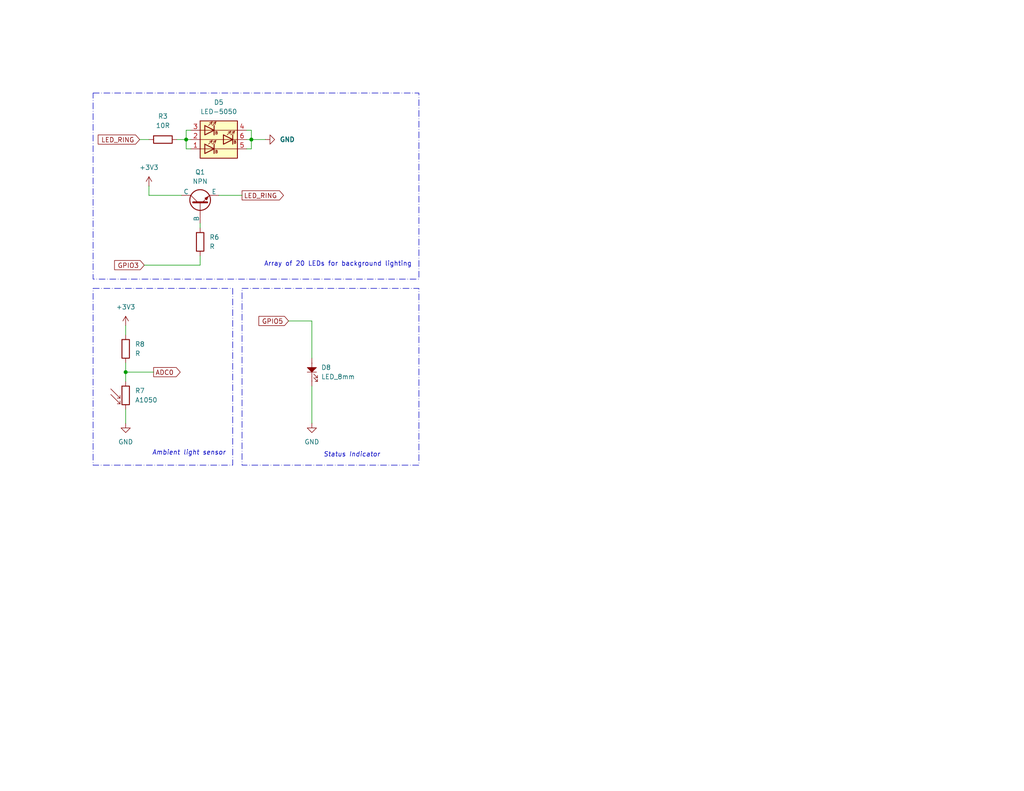
<source format=kicad_sch>
(kicad_sch (version 20231120) (generator "eeschema") (generator_version "8.0")
  (paper "USLetter")
  (title_block (title "Smart Work Desk Lights") (date "2024-07-24") (rev "Final") (company "Alexander Bobkov") (comment 1 "Specialized Accounting Services") (comment 2 "ESP32-C3 SuperMini"))
  (lib_symbols
    (symbol "Alexander Symbol Library:LED_SMD_5050" (pin_names hide)
      (property "Reference" "D" (at -5.08 6.35 0))
      (property "Value" "LED_SMD_5050" (at -5.08 -6.35 0))
      (symbol "LED_SMD_5050_0_0"
        (text "B" (at -0.635 -3.3274 0) (effects (font (size 0.762 0.762))))
      )
      (symbol "LED_SMD_5050_0_1"
        (rectangle (start -5.08 5.08) (end 5.08 -5.08) (stroke (width 0.254)) (fill (type background)))
        (polyline (pts (xy -5.08 -2.54) (xy 5.08 -2.54)))
        (polyline (pts (xy -5.08 0) (xy 5.08 0)))
        (polyline (pts (xy -5.08 2.54) (xy 5.08 2.54)))
        (polyline (pts (xy -2.794 -1.27) (xy -1.778 -0.254)))
        (polyline (pts (xy -2.794 3.81) (xy -1.778 4.826)))
        (polyline (pts (xy -1.778 -1.27) (xy -0.762 -0.254)))
        (polyline (pts (xy -1.778 3.81) (xy -0.762 4.826)))
        (polyline (pts (xy -1.27 -1.27) (xy -1.27 -3.81)) (stroke (width 0.254)))
        (polyline (pts (xy -1.27 3.81) (xy -1.27 1.27)) (stroke (width 0.254)))
        (polyline (pts (xy 2.286 1.27) (xy 3.302 2.286)))
        (polyline (pts (xy 3.302 1.27) (xy 4.318 2.286)))
        (polyline (pts (xy 3.81 1.27) (xy 3.81 -1.27)) (stroke (width 0.254)))
        (polyline (pts (xy -2.54 4.572) (xy -1.778 4.826) (xy -2.032 4.064)))
        (polyline (pts (xy -2.032 -1.016) (xy -1.778 -0.254) (xy -2.54 -0.508)))
        (polyline (pts (xy -1.524 -0.508) (xy -0.762 -0.254) (xy -1.016 -1.016)))
        (polyline (pts (xy -1.524 4.572) (xy -0.762 4.826) (xy -1.016 4.064)))
        (polyline (pts (xy 3.048 1.524) (xy 3.302 2.286) (xy 2.54 2.032)))
        (polyline (pts (xy 3.556 2.032) (xy 4.318 2.286) (xy 4.064 1.524)))
        (polyline (pts (xy -3.81 -1.27) (xy -3.81 -3.81) (xy -1.27 -2.54) (xy -3.81 -1.27)) (stroke (width 0.254)))
        (polyline (pts (xy -3.81 3.81) (xy -3.81 1.27) (xy -1.27 2.54) (xy -3.81 3.81)) (stroke (width 0.254)))
        (polyline (pts (xy 1.27 1.27) (xy 1.27 -1.27) (xy 3.81 0) (xy 1.27 1.27)) (stroke (width 0.254)))
      )
      (symbol "LED_SMD_5050_1_0"
        (text "B" (at -0.635 1.8034 0) (effects (font (size 0.762 0.762))))
        (text "B" (at 4.4196 -0.7112 0) (effects (font (size 0.762 0.762))))
      )
      (symbol "LED_SMD_5050_1_1"
        (pin passive line (at -7.62 -2.54 0) (length 2.54) (name "AB") (number "1"))
        (pin passive line (at -7.62 0 0) (length 2.54) (name "KB") (number "2"))
        (pin passive line (at -7.62 2.54 0) (length 2.54) (name "AR") (number "3"))
        (pin passive line (at 7.62 2.54 180) (length 2.54) (name "KR") (number "4"))
        (pin passive line (at 7.62 -2.54 180) (length 2.54) (name "AG") (number "5"))
        (pin passive line (at 7.62 0 180) (length 2.54) (name "KR") (number "6"))
      )
    )
    (symbol "Device:R" (pin_numbers hide) (pin_names (offset 0))
      (property "Reference" "R" (at 2.032 0 90))
      (property "Value" "R" (at 0 0 90))
      (symbol "R_0_1"
        (rectangle (start -1.016 -2.54) (end 1.016 2.54) (stroke (width 0.254)))
      )
      (symbol "R_1_1"
        (pin passive line (at 0 3.81 270) (length 1.27) (name "~") (number "1"))
        (pin passive line (at 0 -3.81 90) (length 1.27) (name "~") (number "2"))
      )
    )
    (symbol "GND_4" (power) (pin_numbers hide) (pin_names (offset 0) hide)
      (property "Value" "GND" (at 0 -3.81 0))
      (symbol "GND_4_0_1"
        (polyline (pts (xy 0 0) (xy 0 -1.27) (xy 1.27 -1.27) (xy 0 -2.54) (xy -1.27 -1.27) (xy 0 -1.27)))
      )
      (symbol "GND_4_1_1"
        (pin power_in line (at 0 0 270) (length 0) (name "~") (number "1"))
      )
    )
    (symbol "PCM_SL_Devices:LED_8mm"
      (property "Reference" "D" (at -0.508 5.334 0))
      (property "Value" "LED_8mm" (at -0.508 2.794 0))
      (symbol "LED_8mm_0_1"
        (polyline (pts (xy -1.27 0) (xy -2.54 0)))
        (polyline (pts (xy 0 1.27) (xy 0 -1.27)))
        (polyline (pts (xy 0.508 0.508) (xy 1.524 1.524)))
        (polyline (pts (xy 1.27 0) (xy 2.54 0)))
        (polyline (pts (xy 1.524 0.508) (xy 2.54 1.524)))
        (polyline (pts (xy 1.524 1.524) (xy 0.889 1.524)))
        (polyline (pts (xy 1.524 1.524) (xy 1.524 0.889)))
        (polyline (pts (xy 2.54 1.524) (xy 1.905 1.524)))
        (polyline (pts (xy 2.54 1.524) (xy 2.54 0.889)))
        (polyline (pts (xy 0 0) (xy -1.27 -1.27) (xy -1.27 1.27) (xy 0 0) (xy 1.27 0)) (fill (type outline)))
      )
      (symbol "LED_8mm_1_1"
        (pin passive line (at 3.81 0 180) (length 1.5) (name "~") (number "1"))
        (pin passive line (at -3.81 0 0) (length 1.5) (name "") (number "2"))
      )
    )
    (symbol "Sensor_Optical:A1050" (pin_numbers hide) (pin_names (offset 0))
      (property "Reference" "R" (at -5.08 0 90))
      (property "Value" "A1050" (at 1.905 0 90))
      (symbol "A1050_0_1"
        (rectangle (start -1.016 2.54) (end 1.016 -2.54) (stroke (width 0.254)))
        (polyline (pts (xy -1.524 -2.286) (xy -4.064 0.254)))
        (polyline (pts (xy -1.524 -2.286) (xy -2.286 -2.286)))
        (polyline (pts (xy -1.524 -2.286) (xy -1.524 -1.524)))
        (polyline (pts (xy -1.524 -0.762) (xy -4.064 1.778)))
        (polyline (pts (xy -1.524 -0.762) (xy -2.286 -0.762)))
        (polyline (pts (xy -1.524 -0.762) (xy -1.524 0)))
      )
      (symbol "A1050_1_1"
        (pin passive line (at 0 3.81 270) (length 1.27) (name "~") (number "1"))
        (pin passive line (at 0 -3.81 90) (length 1.27) (name "~") (number "2"))
      )
    )
    (symbol "Simulation_SPICE:NPN" (pin_numbers hide) (pin_names (offset 0))
      (property "Reference" "Q" (at -2.54 7.62 0))
      (property "Value" "NPN" (at -2.54 5.08 0))
      (symbol "NPN_0_1"
        (polyline (pts (xy -2.54 0) (xy 0.635 0)) (stroke (width 0.1524)))
        (polyline (pts (xy 0.635 0.635) (xy 2.54 2.54)))
        (polyline (pts (xy 2.794 -1.27) (xy 2.794 -1.27)) (stroke (width 0.1524)))
        (polyline (pts (xy 2.794 -1.27) (xy 2.794 -1.27)) (stroke (width 0.1524)))
        (polyline (pts (xy 0.635 -0.635) (xy 2.54 -2.54) (xy 2.54 -2.54)))
        (polyline (pts (xy 0.635 1.905) (xy 0.635 -1.905) (xy 0.635 -1.905)) (stroke (width 0.508)))
        (polyline (pts (xy 1.27 -1.778) (xy 1.778 -1.27) (xy 2.286 -2.286) (xy 1.27 -1.778) (xy 1.27 -1.778)) (fill (type outline)))
        (circle (center 1.27 0) (radius 2.8194) (stroke (width 0.254)))
      )
      (symbol "NPN_1_1"
        (pin open_collector line (at 2.54 5.08 270) (length 2.54) (name "C") (number "1"))
        (pin input line (at -5.08 0 0) (length 2.54) (name "B") (number "2"))
        (pin open_emitter line (at 2.54 -5.08 90) (length 2.54) (name "E") (number "3"))
      )
    )
    (symbol "power:+3V3" (power) (pin_numbers hide) (pin_names (offset 0) hide)
      (property "Value" "+3V3" (at 0 3.556 0))
      (symbol "+3V3_0_1"
        (polyline (pts (xy -0.762 1.27) (xy 0 2.54)))
        (polyline (pts (xy 0 0) (xy 0 2.54)))
        (polyline (pts (xy 0 2.54) (xy 0.762 1.27)))
      )
      (symbol "+3V3_1_1"
        (pin power_in line (at 0 0 90) (length 0) (name "~") (number "1"))
      )
    )
    (symbol "power:GND" (power) (pin_numbers hide) (pin_names (offset 0) hide)
      (property "Value" "GND" (at 0 -3.81 0))
      (symbol "GND_0_1"
        (polyline (pts (xy 0 0) (xy 0 -1.27) (xy 1.27 -1.27) (xy 0 -2.54) (xy -1.27 -1.27) (xy 0 -1.27)))
      )
      (symbol "GND_1_1"
        (pin power_in line (at 0 0 270) (length 0) (name "~") (number "1"))
      )
    )
  )
  (junction (at 34.29 101.6))
  (junction (at 50.8 38.1))
  (junction (at 68.58 38.1))
  (wire (pts (xy 67.31 40.64) (xy 68.58 40.64)))
  (wire (pts (xy 40.64 50.8) (xy 40.64 53.34)))
  (wire (pts (xy 52.07 35.56) (xy 50.8 35.56)))
  (wire (pts (xy 52.07 40.64) (xy 50.8 40.64)))
  (wire (pts (xy 78.74 87.63) (xy 85.09 87.63)))
  (wire (pts (xy 68.58 40.64) (xy 68.58 38.1)))
  (wire (pts (xy 40.64 53.34) (xy 49.53 53.34)))
  (wire (pts (xy 68.58 35.56) (xy 68.58 38.1)))
  (wire (pts (xy 85.09 87.63) (xy 85.09 97.79)))
  (wire (pts (xy 50.8 38.1) (xy 52.07 38.1)))
  (wire (pts (xy 50.8 40.64) (xy 50.8 38.1)))
  (wire (pts (xy 85.09 105.41) (xy 85.09 115.57)))
  (wire (pts (xy 68.58 38.1) (xy 72.39 38.1)))
  (wire (pts (xy 48.26 38.1) (xy 50.8 38.1)))
  (wire (pts (xy 34.29 104.14) (xy 34.29 101.6)))
  (wire (pts (xy 38.1 38.1) (xy 40.64 38.1)))
  (wire (pts (xy 59.69 53.34) (xy 66.04 53.34)))
  (wire (pts (xy 67.31 38.1) (xy 68.58 38.1)))
  (wire (pts (xy 34.29 111.76) (xy 34.29 115.57)))
  (wire (pts (xy 54.61 69.85) (xy 54.61 72.39)))
  (wire (pts (xy 39.37 72.39) (xy 54.61 72.39)))
  (wire (pts (xy 54.61 60.96) (xy 54.61 62.23)))
  (wire (pts (xy 34.29 101.6) (xy 41.91 101.6)))
  (wire (pts (xy 67.31 35.56) (xy 68.58 35.56)))
  (wire (pts (xy 34.29 101.6) (xy 34.29 99.06)))
  (wire (pts (xy 34.29 88.9) (xy 34.29 91.44)))
  (wire (pts (xy 50.8 35.56) (xy 50.8 38.1)))
  (rectangle (start 66.04 78.74) (end 114.3 127) (stroke (width 0) (type dash_dot)))
  (rectangle (start 25.4 78.74) (end 63.5 127) (stroke (width 0) (type dash_dot)))
  (rectangle (start 25.4 25.4) (end 114.3 76.2) (stroke (width 0) (type dash_dot)))
  (text "Array of 20 LEDs for background lighting" (at 92.202 72.136 0) (effects (font (size 1.27 1.27))))
  (text "Ambient light sensor" (at 51.562 123.698 0) (effects (font (size 1.27 1.27) (italic yes))))
  (text "Status Indicator" (at 96.012 124.206 0) (effects (font (size 1.27 1.27) (italic yes))))
  (global_label "GPIO5" (shape input) (at 78.74 87.63 180) (property "Intersheetrefs" "${INTERSHEET_REFS}" (effects (hide yes))))
  (global_label "GPIO3" (shape input) (at 39.37 72.39 180) (property "Intersheetrefs" "${INTERSHEET_REFS}" (effects (hide yes))))
  (global_label "ADC0" (shape output) (at 41.91 101.6 0) (property "Intersheetrefs" "${INTERSHEET_REFS}" (effects (hide yes))))
  (global_label "LED_RING" (shape output) (at 66.04 53.34 0) (property "Intersheetrefs" "${INTERSHEET_REFS}" (effects (hide yes))))
  (global_label "LED_RING" (shape input) (at 38.1 38.1 180) (property "Intersheetrefs" "${INTERSHEET_REFS}" (effects (hide yes))))
  (symbol (lib_id "Sensor_Optical:A1050") (at 34.29 107.95 0) (unit 1)
    (property "Reference" "R7" (at 36.83 106.6799 0) (effects (justify left)))
    (property "Value" "A1050" (at 36.83 109.2199 0) (effects (justify left)))
    (property "Footprint" "OptoDevice:R_LDR_D6.4mm_P3.4mm_Vertical" (effects (hide yes)))
    (property "Datasheet" "http://cdn-reichelt.de/documents/datenblatt/A500/A106012.pdf" (effects (hide yes)))
    (property "Description" "light dependent resistor" (effects (hide yes)))
  )
  (symbol (lib_name "GND_4") (lib_id "power:GND") (at 72.39 38.1 90) (unit 1)
    (property "Reference" "#PWR011" (effects (hide yes)))
    (property "Value" "GND" (at 76.2 38.1 90) (effects (font (bold yes)) (justify right)))
    (property "Description" "Power symbol creates a global label with name \"GND\" , ground" (effects (hide yes)))
  )
  (symbol (lib_id "power:GND") (at 34.29 115.57 0) (unit 1)
    (property "Reference" "#PWR022" (effects (hide yes)))
    (property "Value" "GND" (at 34.29 120.65 0))
    (property "Description" "Power symbol creates a global label with name \"GND\" , ground" (effects (hide yes)))
  )
  (symbol (lib_id "power:GND") (at 85.09 115.57 0) (unit 1)
    (property "Reference" "#PWR021" (effects (hide yes)))
    (property "Value" "GND" (at 85.09 120.65 0))
    (property "Description" "Power symbol creates a global label with name \"GND\" , ground" (effects (hide yes)))
  )
  (symbol (lib_id "Device:R") (at 44.45 38.1 270) (unit 1)
    (property "Reference" "R3" (at 44.45 31.75 90))
    (property "Value" "10R" (at 44.45 34.29 90))
    (property "Footprint" "Resistor_SMD:R_1206_3216Metric_Pad1.30x1.75mm_HandSolder" (effects (hide yes)))
    (property "Description" "Resistor" (effects (hide yes)))
  )
  (symbol (lib_id "PCM_SL_Devices:LED_8mm") (at 85.09 101.6 270) (unit 1)
    (property "Reference" "D8" (at 87.63 100.3299 90) (effects (justify left)))
    (property "Value" "LED_8mm" (at 87.63 102.8699 90) (effects (justify left)))
    (property "Footprint" "LED_THT:LED_D8.0mm" (effects (hide yes)))
    (property "Description" "8mm diameter LED" (effects (hide yes)))
  )
  (symbol (lib_id "power:+3V3") (at 40.64 50.8 0) (unit 1)
    (property "Reference" "#PWR020" (effects (hide yes)))
    (property "Value" "+3V3" (at 40.64 45.72 0))
    (property "Description" "Power symbol creates a global label with name \"+3V3\"" (effects (hide yes)))
  )
  (symbol (lib_id "Simulation_SPICE:NPN") (at 54.61 55.88 90) (unit 1)
    (property "Reference" "Q1" (at 54.61 46.99 90))
    (property "Value" "NPN" (at 54.61 49.53 90))
    (property "Footprint" "Package_TO_SOT_THT:TO-92L_Inline_Wide" (effects (hide yes)))
    (property "Datasheet" "https://ngspice.sourceforge.io/docs/ngspice-html-manual/manual.xhtml#cha_BJTs" (effects (hide yes)))
    (property "Description" "Bipolar transistor symbol for simulation only, substrate tied to the emitter" (effects (hide yes)))
    (property "Sim.Device" "NPN" (effects (hide yes)))
    (property "Sim.Type" "GUMMELPOON" (effects (hide yes)))
    (property "Sim.Pins" "1=C 2=B 3=E" (effects (hide yes)))
  )
  (symbol (lib_id "Alexander Symbol Library:LED_SMD_5050") (at 59.69 38.1 0) (unit 1)
    (property "Reference" "D5" (at 59.69 27.94 0))
    (property "Value" "LED-5050" (at 59.69 30.48 0))
    (property "Footprint" "Alexander Footprint Library:LED_5050-6" (effects (hide yes)))
    (property "Datasheet" "https://www.cree.com/led-components/media/documents/CLS6B-FKW.pdf" (effects (hide yes)))
    (property "Description" "Cree PLCC6 3 in 1 SMD LED, PLCC-6" (effects (hide yes)))
  )
  (symbol (lib_id "Device:R") (at 34.29 95.25 0) (unit 1)
    (property "Reference" "R8" (at 36.83 93.9799 0) (effects (justify left)))
    (property "Value" "R" (at 36.83 96.5199 0) (effects (justify left)))
    (property "Footprint" "Resistor_SMD:R_1206_3216Metric_Pad1.30x1.75mm_HandSolder" (effects (hide yes)))
    (property "Description" "Resistor" (effects (hide yes)))
  )
  (symbol (lib_id "power:+3V3") (at 34.29 88.9 0) (unit 1)
    (property "Reference" "#PWR023" (effects (hide yes)))
    (property "Value" "+3V3" (at 34.29 83.82 0))
    (property "Description" "Power symbol creates a global label with name \"+3V3\"" (effects (hide yes)))
  )
  (symbol (lib_id "Device:R") (at 54.61 66.04 0) (unit 1)
    (property "Reference" "R6" (at 57.15 64.7699 0) (effects (justify left)))
    (property "Value" "R" (at 57.15 67.3099 0) (effects (justify left)))
    (property "Footprint" "Resistor_SMD:R_1206_3216Metric_Pad1.30x1.75mm_HandSolder" (effects (hide yes)))
    (property "Description" "Resistor" (effects (hide yes)))
  )
)
</source>
